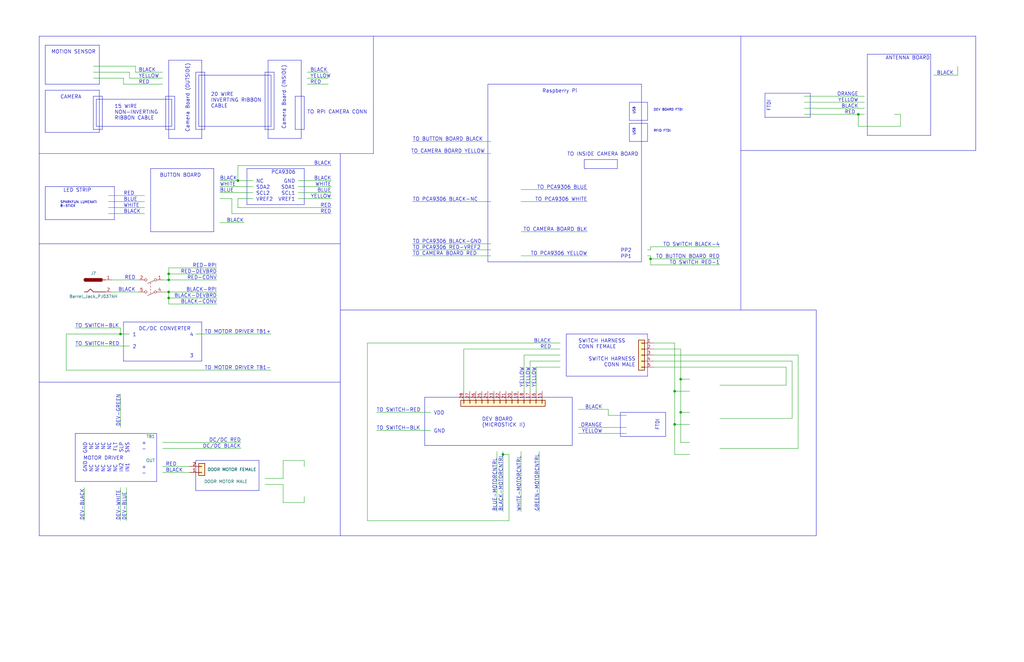
<source format=kicad_sch>
(kicad_sch (version 20230121) (generator eeschema)
  (paper "B")
  (title_block (title "WAGZ Door Wiring Chart") (date "2018-06-10") (rev "A") (company "Veenema Design Works"))
  (lib_symbols
    (symbol "DoorSpecial:Barrel_Jack_PJ037AH" (pin_names (offset 1.016))
      (property "Reference" "J" (at 0 5.334 0))
      (property "Value" "Barrel_Jack_PJ037AH" (at 0 -4.445 0))
      (symbol "Barrel_Jack_PJ037AH_0_1"
        (arc (start -3.302 3.175) (mid -3.9343 2.54) (end -3.302 1.905) (stroke (width 0.254)))
        (arc (start -3.302 3.175) (mid -3.9343 2.54) (end -3.302 1.905) (stroke (width 0.254)) (fill (type outline)))
        (polyline (pts (xy 5.08 2.54) (xy 3.81 2.54)) (stroke (width 0.254)))
        (polyline (pts (xy -3.81 -2.54) (xy -2.54 -2.54) (xy -1.27 -1.27) (xy 0 -2.54) (xy 2.54 -2.54) (xy 5.08 -2.54)) (stroke (width 0.254)))
        (rectangle (start 3.683 3.175) (end -3.302 1.905) (stroke (width 0.254)) (fill (type outline)))
      )
      (symbol "Barrel_Jack_PJ037AH_1_1"
        (pin passive line (at 7.62 2.54 180) (length 2.54) (name "~") (number "1"))
        (pin passive line (at 7.62 -2.54 180) (length 2.54) (name "~") (number "2"))
      )
    )
    (symbol "DoorSpecial:Conn_01x02_REVERSE" (pin_names (offset 1.016) hide)
      (property "Reference" "J" (at 0 2.54 0))
      (property "Value" "Conn_01x02_REVERSE" (at 0 -5.08 0))
      (symbol "Conn_01x02_REVERSE_1_1"
        (rectangle (start -1.27 -2.413) (end 0 -2.667) (stroke (width 0.1524)))
        (rectangle (start -1.27 0.127) (end 0 -0.127) (stroke (width 0.1524)))
        (rectangle (start -1.27 1.27) (end 1.27 -3.81) (stroke (width 0.254)) (fill (type background)))
        (pin passive line (at -5.08 -2.54 0) (length 3.81) (name "Pin_2") (number "1"))
        (pin passive line (at -5.08 0 0) (length 3.81) (name "Pin_1") (number "2"))
      )
    )
    (symbol "DoorSpecial:Conn_01x05_ALT" (pin_names (offset 1.016) hide)
      (property "Reference" "J" (at 0 7.62 0))
      (property "Value" "Conn_01x05_ALT" (at 0 -7.62 0))
      (symbol "Conn_01x05_ALT_1_1"
        (rectangle (start -1.27 -4.953) (end 0 -5.207) (stroke (width 0.1524)))
        (rectangle (start -1.27 -2.413) (end 0 -2.667) (stroke (width 0.1524)))
        (rectangle (start -1.27 0.127) (end 0 -0.127) (stroke (width 0.1524)))
        (rectangle (start -1.27 2.667) (end 0 2.413) (stroke (width 0.1524)))
        (rectangle (start -1.27 5.207) (end 0 4.953) (stroke (width 0.1524)))
        (rectangle (start -1.27 6.35) (end 1.27 -6.35) (stroke (width 0.254)) (fill (type background)))
        (pin passive line (at -5.08 -5.08 0) (length 3.81) (name "Pin_5") (number "1"))
        (pin passive line (at -5.08 -2.54 0) (length 3.81) (name "Pin_4") (number "2"))
        (pin passive line (at -5.08 0 0) (length 3.81) (name "Pin_3") (number "3"))
        (pin passive line (at -5.08 2.54 0) (length 3.81) (name "Pin_2") (number "4"))
        (pin passive line (at -5.08 5.08 0) (length 3.81) (name "Pin_1") (number "5"))
      )
    )
    (symbol "DoorSpecial:Conn_01x14_15THRU28" (pin_names (offset 1.016) hide)
      (property "Reference" "J" (at 0 17.78 0))
      (property "Value" "Conn_01x14_15THRU28" (at 0 -20.32 0))
      (symbol "Conn_01x14_15THRU28_1_1"
        (rectangle (start -1.27 -17.653) (end 0 -17.907) (stroke (width 0.1524)))
        (rectangle (start -1.27 -15.113) (end 0 -15.367) (stroke (width 0.1524)))
        (rectangle (start -1.27 -12.573) (end 0 -12.827) (stroke (width 0.1524)))
        (rectangle (start -1.27 -10.033) (end 0 -10.287) (stroke (width 0.1524)))
        (rectangle (start -1.27 -7.493) (end 0 -7.747) (stroke (width 0.1524)))
        (rectangle (start -1.27 -4.953) (end 0 -5.207) (stroke (width 0.1524)))
        (rectangle (start -1.27 -2.413) (end 0 -2.667) (stroke (width 0.1524)))
        (rectangle (start -1.27 0.127) (end 0 -0.127) (stroke (width 0.1524)))
        (rectangle (start -1.27 2.667) (end 0 2.413) (stroke (width 0.1524)))
        (rectangle (start -1.27 5.207) (end 0 4.953) (stroke (width 0.1524)))
        (rectangle (start -1.27 7.747) (end 0 7.493) (stroke (width 0.1524)))
        (rectangle (start -1.27 10.287) (end 0 10.033) (stroke (width 0.1524)))
        (rectangle (start -1.27 12.827) (end 0 12.573) (stroke (width 0.1524)))
        (rectangle (start -1.27 15.367) (end 0 15.113) (stroke (width 0.1524)))
        (rectangle (start -1.27 16.51) (end 1.27 -19.05) (stroke (width 0.254)) (fill (type background)))
        (pin passive line (at -5.08 15.24 0) (length 3.81) (name "Pin_1") (number "15"))
        (pin passive line (at -5.08 12.7 0) (length 3.81) (name "Pin_2") (number "16"))
        (pin passive line (at -5.08 10.16 0) (length 3.81) (name "Pin_3") (number "17"))
        (pin passive line (at -5.08 7.62 0) (length 3.81) (name "Pin_4") (number "18"))
        (pin passive line (at -5.08 5.08 0) (length 3.81) (name "Pin_5") (number "19"))
        (pin passive line (at -5.08 2.54 0) (length 3.81) (name "Pin_6") (number "20"))
        (pin passive line (at -5.08 0 0) (length 3.81) (name "Pin_7") (number "21"))
        (pin passive line (at -5.08 -2.54 0) (length 3.81) (name "Pin_8") (number "22"))
        (pin passive line (at -5.08 -5.08 0) (length 3.81) (name "Pin_9") (number "23"))
        (pin passive line (at -5.08 -7.62 0) (length 3.81) (name "Pin_10") (number "24"))
        (pin passive line (at -5.08 -10.16 0) (length 3.81) (name "Pin_11") (number "25"))
        (pin passive line (at -5.08 -12.7 0) (length 3.81) (name "Pin_12") (number "26"))
        (pin passive line (at -5.08 -15.24 0) (length 3.81) (name "Pin_13") (number "27"))
        (pin passive line (at -5.08 -17.78 0) (length 3.81) (name "EPin_14") (number "28"))
      )
    )
    (symbol "DoorSpecial:SW_DPST_ALT" (pin_names (offset 0) hide)
      (property "Reference" "SW" (at 0 5.08 0))
      (property "Value" "SW_DPST_ALT" (at 0 -5.08 0))
      (symbol "SW_DPST_ALT_0_0"
        (circle (center -2.032 -2.54) (radius 0.508))
        (circle (center -2.032 2.54) (radius 0.508))
        (polyline (pts (xy -1.524 -2.286) (xy 1.27 -1.016)))
        (polyline (pts (xy -1.524 2.794) (xy 1.27 4.064)))
        (polyline (pts (xy 0 -1.27) (xy 0 -0.635)))
        (polyline (pts (xy 0 0) (xy 0 0.635)))
        (polyline (pts (xy 0 1.27) (xy 0 1.905)))
        (polyline (pts (xy 0 2.54) (xy 0 3.175)))
        (circle (center 2.032 -2.54) (radius 0.508))
        (circle (center 2.032 2.54) (radius 0.508))
      )
      (symbol "SW_DPST_ALT_1_1"
        (pin passive line (at -5.08 -2.54 0) (length 2.54) (name "1") (number "1"))
        (pin passive line (at 5.08 -2.54 180) (length 2.54) (name "2") (number "2"))
        (pin passive line (at -5.08 2.54 0) (length 2.54) (name "3") (number "4"))
        (pin passive line (at 5.08 2.54 180) (length 2.54) (name "4") (number "5"))
      )
    )
  )
  (junction (at 284.48 165.1))
  (junction (at 71.12 123.19))
  (junction (at 212.09 191.77))
  (junction (at 50.8 140.97))
  (junction (at 71.12 115.57))
  (junction (at 287.02 160.02))
  (junction (at 287.02 173.99))
  (junction (at 284.48 179.07))
  (junction (at 100.33 76.2))
  (junction (at 71.12 125.73))
  (junction (at 274.32 109.22))
  (junction (at 361.95 48.26))
  (junction (at 71.12 118.11))
  (wire (pts (xy 287.02 160.02) (xy 287.02 173.99)))
  (wire (pts (xy 68.58 189.23) (xy 101.6 189.23)))
  (wire (pts (xy 284.48 165.1) (xy 290.83 165.1)))
  (polyline (pts (xy 90.17 97.79) (xy 90.17 71.12)))
  (polyline (pts (xy 127 58.42) (xy 127 25.4)))
  (wire (pts (xy 173.99 64.77) (xy 207.01 64.77)))
  (wire (pts (xy 111.76 204.47) (xy 119.38 204.47)))
  (wire (pts (xy 364.49 40.64) (xy 339.09 40.64)))
  (wire (pts (xy 92.71 83.82) (xy 97.79 83.82)))
  (wire (pts (xy 71.12 123.19) (xy 91.44 123.19)))
  (wire (pts (xy 364.49 48.26) (xy 361.95 48.26)))
  (polyline (pts (xy 19.05 78.74) (xy 48.26 78.74)))
  (wire (pts (xy 50.8 205.74) (xy 50.8 219.71)))
  (wire (pts (xy 92.71 78.74) (xy 106.68 78.74)))
  (polyline (pts (xy 83.82 31.75) (xy 114.3 31.75)))
  (wire (pts (xy 27.94 156.21) (xy 27.94 140.97)))
  (polyline (pts (xy 392.43 57.15) (xy 392.43 22.86)))
  (wire (pts (xy 403.86 27.94) (xy 403.86 31.75)))
  (wire (pts (xy 58.42 118.11) (xy 46.99 118.11)))
  (polyline (pts (xy 246.38 67.31) (xy 246.38 71.12)))
  (wire (pts (xy 219.71 190.5) (xy 219.71 215.9)))
  (polyline (pts (xy 273.05 158.75) (xy 273.05 140.97)))
  (polyline (pts (xy 43.18 54.61) (xy 39.37 54.61)))
  (wire (pts (xy 226.06 154.94) (xy 236.22 154.94)))
  (wire (pts (xy 97.79 90.17) (xy 139.7 90.17)))
  (polyline (pts (xy 66.04 182.88) (xy 66.04 203.2)))
  (wire (pts (xy 106.68 83.82) (xy 100.33 83.82)))
  (wire (pts (xy 158.75 181.61) (xy 181.61 181.61)))
  (polyline (pts (xy 265.43 59.69) (xy 265.43 52.07)))
  (polyline (pts (xy 365.76 57.15) (xy 392.43 57.15)))
  (polyline (pts (xy 341.63 49.53) (xy 322.58 49.53)))
  (wire (pts (xy 334.01 176.53) (xy 334.01 152.4)))
  (polyline (pts (xy 41.91 55.88) (xy 19.05 55.88)))
  (wire (pts (xy 364.49 43.18) (xy 339.09 43.18)))
  (polyline (pts (xy 128.27 54.61) (xy 128.27 40.64)))
  (wire (pts (xy 68.58 199.39) (xy 80.01 199.39)))
  (polyline (pts (xy 273.05 52.07) (xy 273.05 59.69)))
  (wire (pts (xy 68.58 30.48) (xy 57.15 30.48)))
  (polyline (pts (xy 179.07 187.96) (xy 241.3 187.96)))
  (polyline (pts (xy 261.62 173.99) (xy 261.62 184.15)))
  (wire (pts (xy 287.02 147.32) (xy 287.02 160.02)))
  (polyline (pts (xy 109.22 207.01) (xy 109.22 194.31)))
  (wire (pts (xy 303.53 162.56) (xy 331.47 162.56)))
  (polyline (pts (xy 90.17 71.12) (xy 63.5 71.12)))
  (polyline (pts (xy 114.3 53.34) (xy 83.82 53.34)))
  (wire (pts (xy 303.53 176.53) (xy 334.01 176.53)))
  (polyline (pts (xy 82.55 194.31) (xy 82.55 207.01)))
  (wire (pts (xy 129.54 30.48) (xy 138.43 30.48)))
  (wire (pts (xy 226.06 165.1) (xy 226.06 154.94)))
  (polyline (pts (xy 86.36 54.61) (xy 86.36 30.48)))
  (wire (pts (xy 223.52 152.4) (xy 236.22 152.4)))
  (polyline (pts (xy 261.62 184.15) (xy 280.67 184.15)))
  (wire (pts (xy 154.94 219.71) (xy 154.94 144.78)))
  (wire (pts (xy 100.33 69.85) (xy 139.7 69.85)))
  (polyline (pts (xy 52.07 135.89) (xy 85.09 135.89)))
  (wire (pts (xy 35.56 205.74) (xy 35.56 219.71)))
  (polyline (pts (xy 322.58 49.53) (xy 322.58 39.37)))
  (wire (pts (xy 290.83 160.02) (xy 287.02 160.02)))
  (wire (pts (xy 97.79 83.82) (xy 97.79 90.17)))
  (polyline (pts (xy 128.27 71.12) (xy 104.14 71.12)))
  (polyline (pts (xy 241.3 167.64) (xy 179.07 167.64)))
  (polyline (pts (xy 85.09 152.4) (xy 52.07 152.4)))
  (wire (pts (xy 71.12 125.73) (xy 91.44 125.73)))
  (wire (pts (xy 274.32 109.22) (xy 274.32 111.76)))
  (polyline (pts (xy 48.26 92.71) (xy 19.05 92.71)))
  (polyline (pts (xy 111.76 30.48) (xy 115.57 30.48)))
  (polyline (pts (xy 43.18 40.64) (xy 43.18 54.61)))
  (polyline (pts (xy 365.76 22.86) (xy 365.76 57.15)))
  (wire (pts (xy 68.58 33.02) (xy 54.61 33.02)))
  (wire (pts (xy 273.05 105.41) (xy 274.32 105.41)))
  (wire (pts (xy 256.54 175.26) (xy 256.54 172.72)))
  (polyline (pts (xy 260.35 67.31) (xy 246.38 67.31)))
  (wire (pts (xy 52.07 35.56) (xy 52.07 33.02)))
  (polyline (pts (xy 111.76 54.61) (xy 111.76 30.48)))
  (wire (pts (xy 50.8 166.37) (xy 50.8 180.34)))
  (polyline (pts (xy 69.85 40.64) (xy 73.66 40.64)))
  (polyline (pts (xy 392.43 22.86) (xy 365.76 22.86)))
  (polyline (pts (xy 411.48 15.24) (xy 411.48 63.5)))
  (polyline (pts (xy 19.05 19.05) (xy 19.05 35.56)))
  (wire (pts (xy 256.54 172.72) (xy 243.84 172.72)))
  (wire (pts (xy 45.72 85.09) (xy 60.96 85.09)))
  (wire (pts (xy 274.32 111.76) (xy 303.53 111.76)))
  (wire (pts (xy 223.52 152.4) (xy 223.52 165.1)))
  (wire (pts (xy 100.33 87.63) (xy 139.7 87.63)))
  (wire (pts (xy 214.63 191.77) (xy 214.63 219.71)))
  (polyline (pts (xy 241.3 187.96) (xy 241.3 167.64)))
  (polyline (pts (xy 16.51 15.24) (xy 16.51 226.06)))
  (wire (pts (xy 68.58 186.69) (xy 101.6 186.69)))
  (wire (pts (xy 54.61 30.48) (xy 39.37 30.48)))
  (wire (pts (xy 236.22 147.32) (xy 195.58 147.32)))
  (wire (pts (xy 361.95 48.26) (xy 339.09 48.26)))
  (polyline (pts (xy 39.37 54.61) (xy 39.37 40.64)))
  (polyline (pts (xy 85.09 58.42) (xy 71.12 58.42)))
  (wire (pts (xy 303.53 189.23) (xy 336.55 189.23)))
  (wire (pts (xy 119.38 204.47) (xy 119.38 212.09)))
  (wire (pts (xy 50.8 138.43) (xy 31.75 138.43)))
  (polyline (pts (xy 205.74 35.56) (xy 205.74 110.49)))
  (wire (pts (xy 68.58 123.19) (xy 71.12 123.19)))
  (wire (pts (xy 264.16 175.26) (xy 256.54 175.26)))
  (polyline (pts (xy 114.3 31.75) (xy 114.3 53.34)))
  (wire (pts (xy 111.76 201.93) (xy 119.38 201.93)))
  (wire (pts (xy 71.12 128.27) (xy 91.44 128.27)))
  (wire (pts (xy 31.75 146.05) (xy 54.61 146.05)))
  (wire (pts (xy 57.15 30.48) (xy 57.15 27.94)))
  (wire (pts (xy 273.05 107.95) (xy 274.32 107.95)))
  (polyline (pts (xy 270.51 110.49) (xy 270.51 35.56)))
  (polyline (pts (xy 157.48 64.77) (xy 157.48 15.24)))
  (wire (pts (xy 27.94 140.97) (xy 50.8 140.97)))
  (polyline (pts (xy 86.36 30.48) (xy 82.55 30.48)))
  (wire (pts (xy 173.99 107.95) (xy 207.01 107.95)))
  (wire (pts (xy 125.73 76.2) (xy 139.7 76.2)))
  (wire (pts (xy 71.12 115.57) (xy 71.12 118.11)))
  (wire (pts (xy 331.47 162.56) (xy 331.47 154.94)))
  (polyline (pts (xy 128.27 86.36) (xy 128.27 71.12)))
  (polyline (pts (xy 63.5 97.79) (xy 90.17 97.79)))
  (wire (pts (xy 53.34 205.74) (xy 53.34 219.71)))
  (polyline (pts (xy 280.67 184.15) (xy 280.67 173.99)))
  (wire (pts (xy 274.32 107.95) (xy 274.32 109.22)))
  (polyline (pts (xy 273.05 59.69) (xy 265.43 59.69)))
  (wire (pts (xy 71.12 113.03) (xy 91.44 113.03)))
  (wire (pts (xy 50.8 140.97) (xy 54.61 140.97)))
  (polyline (pts (xy 71.12 25.4) (xy 85.09 25.4)))
  (polyline (pts (xy 16.51 15.24) (xy 411.48 15.24)))
  (polyline (pts (xy 40.64 41.91) (xy 40.64 53.34)))
  (wire (pts (xy 45.72 87.63) (xy 60.96 87.63)))
  (wire (pts (xy 68.58 196.85) (xy 80.01 196.85)))
  (wire (pts (xy 119.38 212.09) (xy 128.27 212.09)))
  (wire (pts (xy 71.12 125.73) (xy 71.12 128.27)))
  (polyline (pts (xy 128.27 40.64) (xy 124.46 40.64)))
  (polyline (pts (xy 104.14 86.36) (xy 128.27 86.36)))
  (polyline (pts (xy 52.07 152.4) (xy 52.07 135.89)))
  (polyline (pts (xy 238.76 140.97) (xy 238.76 158.75)))
  (wire (pts (xy 71.12 123.19) (xy 71.12 125.73)))
  (wire (pts (xy 195.58 147.32) (xy 195.58 165.1)))
  (wire (pts (xy 207.01 102.87) (xy 173.99 102.87)))
  (polyline (pts (xy 124.46 54.61) (xy 128.27 54.61)))
  (polyline (pts (xy 109.22 194.31) (xy 82.55 194.31)))
  (wire (pts (xy 212.09 190.5) (xy 212.09 191.77)))
  (wire (pts (xy 125.73 81.28) (xy 139.7 81.28)))
  (polyline (pts (xy 16.51 64.77) (xy 157.48 64.77)))
  (wire (pts (xy 207.01 85.09) (xy 173.99 85.09)))
  (wire (pts (xy 128.27 212.09) (xy 128.27 209.55)))
  (polyline (pts (xy 312.42 15.24) (xy 312.42 130.81)))
  (polyline (pts (xy 273.05 50.8) (xy 265.43 50.8)))
  (polyline (pts (xy 19.05 92.71) (xy 19.05 78.74)))
  (wire (pts (xy 92.71 76.2) (xy 100.33 76.2)))
  (wire (pts (xy 50.8 140.97) (xy 50.8 138.43)))
  (polyline (pts (xy 344.17 226.06) (xy 344.17 130.81)))
  (wire (pts (xy 100.33 76.2) (xy 100.33 69.85)))
  (wire (pts (xy 361.95 53.34) (xy 379.73 53.34)))
  (polyline (pts (xy 115.57 30.48) (xy 115.57 54.61)))
  (wire (pts (xy 68.58 35.56) (xy 52.07 35.56)))
  (wire (pts (xy 128.27 194.31) (xy 128.27 196.85)))
  (wire (pts (xy 207.01 105.41) (xy 173.99 105.41)))
  (wire (pts (xy 379.73 53.34) (xy 379.73 48.26)))
  (wire (pts (xy 92.71 93.98) (xy 102.87 93.98)))
  (polyline (pts (xy 344.17 130.81) (xy 143.51 130.81)))
  (wire (pts (xy 336.55 149.86) (xy 275.59 149.86)))
  (polyline (pts (xy 280.67 173.99) (xy 261.62 173.99)))
  (wire (pts (xy 220.98 149.86) (xy 236.22 149.86)))
  (polyline (pts (xy 41.91 38.1) (xy 41.91 55.88)))
  (wire (pts (xy 214.63 219.71) (xy 154.94 219.71)))
  (polyline (pts (xy 273.05 140.97) (xy 238.76 140.97)))
  (polyline (pts (xy 179.07 167.64) (xy 179.07 187.96)))
  (polyline (pts (xy 73.66 40.64) (xy 73.66 54.61)))
  (wire (pts (xy 58.42 123.19) (xy 46.99 123.19)))
  (polyline (pts (xy 39.37 40.64) (xy 43.18 40.64)))
  (wire (pts (xy 284.48 191.77) (xy 290.83 191.77)))
  (polyline (pts (xy 82.55 30.48) (xy 82.55 54.61)))
  (wire (pts (xy 334.01 152.4) (xy 275.59 152.4)))
  (polyline (pts (xy 115.57 54.61) (xy 111.76 54.61)))
  (wire (pts (xy 100.33 83.82) (xy 100.33 87.63)))
  (wire (pts (xy 219.71 107.95) (xy 247.65 107.95)))
  (polyline (pts (xy 82.55 207.01) (xy 109.22 207.01)))
  (polyline (pts (xy 127 25.4) (xy 113.03 25.4)))
  (polyline (pts (xy 143.51 64.77) (xy 143.51 226.06)))
  (polyline (pts (xy 322.58 39.37) (xy 341.63 39.37)))
  (wire (pts (xy 125.73 78.74) (xy 139.7 78.74)))
  (polyline (pts (xy 63.5 71.12) (xy 63.5 97.79)))
  (polyline (pts (xy 73.66 54.61) (xy 69.85 54.61)))
  (wire (pts (xy 274.32 104.14) (xy 303.53 104.14)))
  (polyline (pts (xy 411.48 63.5) (xy 312.42 63.5)))
  (polyline (pts (xy 270.51 35.56) (xy 205.74 35.56)))
  (polyline (pts (xy 265.43 52.07) (xy 273.05 52.07)))
  (polyline (pts (xy 238.76 158.75) (xy 273.05 158.75)))
  (wire (pts (xy 284.48 144.78) (xy 284.48 165.1)))
  (wire (pts (xy 379.73 48.26) (xy 377.19 48.26)))
  (wire (pts (xy 45.72 90.17) (xy 60.96 90.17)))
  (wire (pts (xy 212.09 191.77) (xy 214.63 191.77)))
  (polyline (pts (xy 66.04 203.2) (xy 31.75 203.2)))
  (wire (pts (xy 243.84 180.34) (xy 264.16 180.34)))
  (polyline (pts (xy 19.05 55.88) (xy 19.05 38.1)))
  (wire (pts (xy 284.48 179.07) (xy 290.83 179.07)))
  (polyline (pts (xy 113.03 58.42) (xy 127 58.42)))
  (polyline (pts (xy 48.26 78.74) (xy 48.26 92.71)))
  (polyline (pts (xy 72.39 53.34) (xy 72.39 41.91)))
  (polyline (pts (xy 124.46 40.64) (xy 124.46 54.61)))
  (wire (pts (xy 287.02 173.99) (xy 287.02 186.69)))
  (wire (pts (xy 129.54 33.02) (xy 138.43 33.02)))
  (wire (pts (xy 284.48 179.07) (xy 284.48 191.77)))
  (polyline (pts (xy 273.05 43.18) (xy 273.05 50.8)))
  (wire (pts (xy 100.33 76.2) (xy 106.68 76.2)))
  (polyline (pts (xy 31.75 182.88) (xy 66.04 182.88)))
  (polyline (pts (xy 246.38 71.12) (xy 260.35 71.12)))
  (wire (pts (xy 71.12 115.57) (xy 91.44 115.57)))
  (wire (pts (xy 364.49 45.72) (xy 339.09 45.72)))
  (wire (pts (xy 243.84 182.88) (xy 264.16 182.88)))
  (wire (pts (xy 82.55 140.97) (xy 114.3 140.97)))
  (polyline (pts (xy 85.09 135.89) (xy 85.09 152.4)))
  (wire (pts (xy 119.38 201.93) (xy 119.38 194.31)))
  (wire (pts (xy 129.54 35.56) (xy 138.43 35.56)))
  (wire (pts (xy 212.09 191.77) (xy 212.09 215.9)))
  (polyline (pts (xy 341.63 39.37) (xy 341.63 49.53)))
  (polyline (pts (xy 41.91 19.05) (xy 19.05 19.05)))
  (polyline (pts (xy 72.39 41.91) (xy 40.64 41.91)))
  (polyline (pts (xy 143.51 161.29) (xy 16.51 161.29)))
  (polyline (pts (xy 16.51 226.06) (xy 344.17 226.06)))
  (wire (pts (xy 287.02 186.69) (xy 290.83 186.69)))
  (wire (pts (xy 207.01 59.69) (xy 173.99 59.69)))
  (wire (pts (xy 220.98 149.86) (xy 220.98 165.1)))
  (wire (pts (xy 287.02 147.32) (xy 275.59 147.32)))
  (wire (pts (xy 219.71 97.79) (xy 247.65 97.79)))
  (polyline (pts (xy 41.91 35.56) (xy 41.91 19.05)))
  (polyline (pts (xy 19.05 35.56) (xy 41.91 35.56)))
  (polyline (pts (xy 40.64 53.34) (xy 72.39 53.34)))
  (wire (pts (xy 54.61 33.02) (xy 54.61 30.48)))
  (wire (pts (xy 219.71 80.01) (xy 247.65 80.01)))
  (polyline (pts (xy 205.74 110.49) (xy 270.51 110.49)))
  (wire (pts (xy 125.73 83.82) (xy 139.7 83.82)))
  (polyline (pts (xy 69.85 54.61) (xy 69.85 40.64)))
  (wire (pts (xy 403.86 31.75) (xy 393.7 31.75)))
  (wire (pts (xy 68.58 118.11) (xy 71.12 118.11)))
  (wire (pts (xy 27.94 156.21) (xy 114.3 156.21)))
  (wire (pts (xy 154.94 144.78) (xy 236.22 144.78)))
  (wire (pts (xy 45.72 82.55) (xy 60.96 82.55)))
  (polyline (pts (xy 31.75 203.2) (xy 31.75 182.88)))
  (wire (pts (xy 57.15 27.94) (xy 39.37 27.94)))
  (wire (pts (xy 274.32 109.22) (xy 303.53 109.22)))
  (polyline (pts (xy 104.14 71.12) (xy 104.14 86.36)))
  (polyline (pts (xy 113.03 25.4) (xy 113.03 58.42)))
  (wire (pts (xy 336.55 189.23) (xy 336.55 149.86)))
  (wire (pts (xy 52.07 33.02) (xy 39.37 33.02)))
  (wire (pts (xy 361.95 48.26) (xy 361.95 53.34)))
  (polyline (pts (xy 260.35 71.12) (xy 260.35 67.31)))
  (wire (pts (xy 92.71 81.28) (xy 106.68 81.28)))
  (polyline (pts (xy 19.05 38.1) (xy 41.91 38.1)))
  (wire (pts (xy 275.59 144.78) (xy 284.48 144.78)))
  (polyline (pts (xy 71.12 58.42) (xy 71.12 25.4)))
  (wire (pts (xy 158.75 173.99) (xy 181.61 173.99)))
  (polyline (pts (xy 16.51 102.87) (xy 143.51 102.87)))
  (polyline (pts (xy 265.43 50.8) (xy 265.43 43.18)))
  (polyline (pts (xy 85.09 25.4) (xy 85.09 58.42)))
  (polyline (pts (xy 265.43 43.18) (xy 273.05 43.18)))
  (wire (pts (xy 209.55 190.5) (xy 209.55 215.9)))
  (wire (pts (xy 219.71 85.09) (xy 247.65 85.09)))
  (wire (pts (xy 71.12 118.11) (xy 91.44 118.11)))
  (wire (pts (xy 71.12 113.03) (xy 71.12 115.57)))
  (wire (pts (xy 284.48 165.1) (xy 284.48 179.07)))
  (wire (pts (xy 119.38 194.31) (xy 128.27 194.31)))
  (wire (pts (xy 287.02 173.99) (xy 290.83 173.99)))
  (polyline (pts (xy 82.55 54.61) (xy 86.36 54.61)))
  (wire (pts (xy 331.47 154.94) (xy 275.59 154.94)))
  (wire (pts (xy 274.32 105.41) (xy 274.32 104.14)))
  (wire (pts (xy 227.33 190.5) (xy 227.33 215.9)))
  (polyline (pts (xy 83.82 53.34) (xy 83.82 31.75)))
  (text "DC/DC BLACK" (at 101.6 189.23 0) (effects (font (size 1.524 1.524)) (justify right bottom)))
  (text "TO SWITCH-RED" (at 158.75 173.99 0) (effects (font (size 1.524 1.524)) (justify left bottom)))
  (text "NC" (at 49.53 199.39 90) (effects (font (size 1.524 1.524)) (justify left bottom)))
  (text "YELLOW" (at 220.98 154.94 90) (effects (font (size 1.524 1.524)) (justify right bottom)))
  (text "TO SWITCH RED-1" (at 303.53 111.76 0) (effects (font (size 1.524 1.524)) (justify right bottom)))
  (text "3" (at 80.01 151.13 0) (effects (font (size 1.524 1.524)) (justify left bottom)))
  (text "YELLOW" (at 361.95 43.18 0) (effects (font (size 1.4986 1.4986)) (justify right bottom)))
  (text "TO SWITCH-RED" (at 31.75 146.05 0) (effects (font (size 1.524 1.524)) (justify left bottom)))
  (text "NC" (at 41.91 199.39 90) (effects (font (size 1.524 1.524)) (justify left bottom)))
  (text "TO RPI CAMERA CONN" (at 129.54 48.26 0) (effects (font (size 1.524 1.524)) (justify left bottom)))
  (text "NC" (at 44.45 199.39 90) (effects (font (size 1.524 1.524)) (justify left bottom)))
  (text "BLUE-MOTORCNTRL" (at 209.55 215.9 90) (effects (font (size 1.524 1.524)) (justify left bottom)))
  (text "BLACK-RPI" (at 91.44 123.19 0) (effects (font (size 1.524 1.524)) (justify right bottom)))
  (text "FTDI" (at 325.12 46.99 90) (effects (font (size 1.4986 1.4986)) (justify left bottom)))
  (text "TO SWITCH-BLK" (at 158.75 181.61 0) (effects (font (size 1.524 1.524)) (justify left bottom)))
  (text "BLACK" (at 52.07 90.17 0) (effects (font (size 1.524 1.524)) (justify left bottom)))
  (text "BLACK" (at 57.15 123.19 0) (effects (font (size 1.524 1.524)) (justify right bottom)))
  (text "YELLOW" (at 254 182.88 0) (effects (font (size 1.524 1.524)) (justify right bottom)))
  (text "BLACK" (at 361.95 45.72 0) (effects (font (size 1.4986 1.4986)) (justify right bottom)))
  (text "PP2" (at 261.62 106.68 0) (effects (font (size 1.524 1.524)) (justify left bottom)))
  (text "YELLOW" (at 139.7 83.82 0) (effects (font (size 1.524 1.524)) (justify right bottom)))
  (text "TO CAMERA BOARD BLK" (at 247.65 97.79 0) (effects (font (size 1.524 1.524)) (justify right bottom)))
  (text "GND" (at 124.46 77.47 0) (effects (font (size 1.524 1.524)) (justify right bottom)))
  (text "BLACK" (at 92.71 76.2 0) (effects (font (size 1.524 1.524)) (justify left bottom)))
  (text "RED" (at 130.81 35.56 0) (effects (font (size 1.524 1.524)) (justify left bottom)))
  (text "DEV-WHITE" (at 50.8 219.71 90) (effects (font (size 1.524 1.524)) (justify left bottom)))
  (text "DEV-BLUE" (at 53.34 219.71 90) (effects (font (size 1.524 1.524)) (justify left bottom)))
  (text "RED" (at 232.41 147.32 0) (effects (font (size 1.524 1.524)) (justify right bottom)))
  (text "PCA9306" (at 114.3 73.66 0) (effects (font (size 1.524 1.524)) (justify left bottom)))
  (text "RFID FTDI" (at 275.59 55.88 0) (effects (font (size 0.9906 0.9906)) (justify left bottom)))
  (text "BLUE" (at 92.71 81.28 0) (effects (font (size 1.524 1.524)) (justify left bottom)))
  (text "NC" (at 39.37 186.69 90) (effects (font (size 1.524 1.524)) (justify right bottom)))
  (text "2" (at 55.88 147.32 0) (effects (font (size 1.524 1.524)) (justify left bottom)))
  (text "TO SWITCH BLACK-4" (at 303.53 104.14 0) (effects (font (size 1.524 1.524)) (justify right bottom)))
  (text "DEV BOARD\n(MICROSTICK II)" (at 203.2 180.34 0) (effects (font (size 1.524 1.524)) (justify left bottom)))
  (text "TO PCA9306 YELLOW" (at 247.65 107.95 0) (effects (font (size 1.524 1.524)) (justify right bottom)))
  (text "BLACK" (at 130.81 30.48 0) (effects (font (size 1.524 1.524)) (justify left bottom)))
  (text "WHITE" (at 92.71 78.74 0) (effects (font (size 1.524 1.524)) (justify left bottom)))
  (text "WHITE" (at 52.07 87.63 0) (effects (font (size 1.524 1.524)) (justify left bottom)))
  (text "BLACK-DEVBRD" (at 91.44 125.73 0) (effects (font (size 1.524 1.524)) (justify right bottom)))
  (text "SWITCH HARNESS\nCONN FEMALE" (at 243.84 147.32 0) (effects (font (size 1.524 1.524)) (justify left bottom)))
  (text "VDD" (at 182.88 175.26 0) (effects (font (size 1.524 1.524)) (justify left bottom)))
  (text "SPARKFUN LUMENATI\n8-STICK" (at 25.4 87.63 0) (effects (font (size 0.9906 0.9906)) (justify left bottom)))
  (text "BLACK" (at 394.97 31.75 0) (effects (font (size 1.4986 1.4986)) (justify left bottom)))
  (text "DC/DC RED" (at 101.6 186.69 0) (effects (font (size 1.524 1.524)) (justify right bottom)))
  (text "BLACK" (at 102.87 93.98 0) (effects (font (size 1.524 1.524)) (justify right bottom)))
  (text "DEV BOARD FTDI" (at 275.59 46.99 0) (effects (font (size 0.9906 0.9906)) (justify left bottom)))
  (text "GND" (at 182.88 182.88 0) (effects (font (size 1.524 1.524)) (justify left bottom)))
  (text "TO BUTTON BOARD BLACK" (at 173.99 59.69 0) (effects (font (size 1.524 1.524)) (justify left bottom)))
  (text "BLACK" (at 139.7 76.2 0) (effects (font (size 1.524 1.524)) (justify right bottom)))
  (text "RED" (at 58.42 35.56 0) (effects (font (size 1.524 1.524)) (justify left bottom)))
  (text "TO PCA9306 WHITE" (at 247.65 85.09 0) (effects (font (size 1.524 1.524)) (justify right bottom)))
  (text "4" (at 80.01 142.24 0) (effects (font (size 1.524 1.524)) (justify left bottom)))
  (text "20 WIRE\nINVERTING RIBBON\nCABLE" (at 88.9 45.72 0) (effects (font (size 1.524 1.524)) (justify left bottom)))
  (text "TO MOTOR DRIVER TB1+" (at 114.3 140.97 0) (effects (font (size 1.524 1.524)) (justify right bottom)))
  (text "RED-CONV" (at 91.44 118.11 0) (effects (font (size 1.524 1.524)) (justify right bottom)))
  (text "BLUE" (at 52.07 85.09 0) (effects (font (size 1.524 1.524)) (justify left bottom)))
  (text "BLACK-CONV" (at 91.44 128.27 0) (effects (font (size 1.524 1.524)) (justify right bottom)))
  (text "YELLOW" (at 58.42 33.02 0) (effects (font (size 1.524 1.524)) (justify left bottom)))
  (text "BUTTON BOARD" (at 67.31 74.93 0) (effects (font (size 1.524 1.524)) (justify left bottom)))
  (text "SNS" (at 54.61 186.69 90) (effects (font (size 1.524 1.524)) (justify right bottom)))
  (text "-" (at 59.69 190.5 0) (effects (font (size 1.524 1.524)) (justify left bottom)))
  (text "+" (at 59.69 198.12 0) (effects (font (size 1.524 1.524)) (justify left bottom)))
  (text "RED" (at 57.15 118.11 0) (effects (font (size 1.524 1.524)) (justify right bottom)))
  (text "TO PCA9306 RED-VREF2" (at 173.99 105.41 0) (effects (font (size 1.524 1.524)) (justify left bottom)))
  (text "15 WIRE\nNON-INVERTING\nRIBBON CABLE" (at 48.26 50.8 0) (effects (font (size 1.524 1.524)) (justify left bottom)))
  (text "TO PCA9306 BLUE" (at 247.65 80.01 0) (effects (font (size 1.524 1.524)) (justify right bottom)))
  (text "GND" (at 36.83 199.39 90) (effects (font (size 1.524 1.524)) (justify left bottom)))
  (text "ORANGE" (at 254 180.34 0) (effects (font (size 1.524 1.524)) (justify right bottom)))
  (text "USB" (at 267.97 57.15 90) (effects (font (size 0.9906 0.9906)) (justify left bottom)))
  (text "BLACK" (at 254 172.72 0) (effects (font (size 1.524 1.524)) (justify right bottom)))
  (text "BLACK" (at 232.41 144.78 0) (effects (font (size 1.524 1.524)) (justify right bottom)))
  (text "TO CAMERA BOARD YELLOW" (at 204.47 64.77 0) (effects (font (size 1.524 1.524)) (justify right bottom)))
  (text "CAMERA" (at 25.4 41.91 0) (effects (font (size 1.524 1.524)) (justify left bottom)))
  (text "SWITCH HARNESS\nCONN MALE" (at 267.97 154.94 0) (effects (font (size 1.524 1.524)) (justify right bottom)))
  (text "NC" (at 107.95 77.47 0) (effects (font (size 1.524 1.524)) (justify left bottom)))
  (text "PP1" (at 261.62 109.22 0) (effects (font (size 1.524 1.524)) (justify left bottom)))
  (text "MOTION SENSOR" (at 21.59 22.86 0) (effects (font (size 1.524 1.524)) (justify left bottom)))
  (text "BLACK" (at 69.85 199.39 0) (effects (font (size 1.524 1.524)) (justify left bottom)))
  (text "TO CAMERA BOARD RED" (at 173.99 107.95 0) (effects (font (size 1.524 1.524)) (justify left bottom)))
  (text "TO MOTOR DRIVER TB1-" (at 114.3 156.21 0) (effects (font (size 1.524 1.524)) (justify right bottom)))
  (text "BLACK" (at 139.7 69.85 0) (effects (font (size 1.524 1.524)) (justify right bottom)))
  (text "RED" (at 139.7 87.63 0) (effects (font (size 1.524 1.524)) (justify right bottom)))
  (text "GND" (at 36.83 186.69 90) (effects (font (size 1.524 1.524)) (justify right bottom)))
  (text "WHITE-MOTORCNTRL" (at 219.71 215.9 90) (effects (font (size 1.524 1.524)) (justify left bottom)))
  (text "TO PCA9306 BLACK-NC" (at 173.99 85.09 0) (effects (font (size 1.524 1.524)) (justify left bottom)))
  (text "ANTENNA BOARD" (at 373.38 25.4 0) (effects (font (size 1.524 1.524)) (justify left bottom)))
  (text "LED STRIP" (at 26.67 81.28 0) (effects (font (size 1.524 1.524)) (justify left bottom)))
  (text "FTDI" (at 278.13 181.61 90) (effects (font (size 1.4986 1.4986)) (justify left bottom)))
  (text "VREF2" (at 107.95 85.09 0) (effects (font (size 1.524 1.524)) (justify left bottom)))
  (text "SCL2" (at 107.95 82.55 0) (effects (font (size 1.524 1.524)) (justify left bottom)))
  (text "DEV-BLACK" (at 35.56 219.71 90) (effects (font (size 1.524 1.524)) (justify left bottom)))
  (text "-" (at 59.69 200.66 0) (effects (font (size 1.524 1.524)) (justify left bottom)))
  (text "RED" (at 69.85 196.85 0) (effects (font (size 1.524 1.524)) (justify left bottom)))
  (text "IN2" (at 52.07 199.39 90) (effects (font (size 1.524 1.524)) (justify left bottom)))
  (text "SDA2" (at 107.95 80.01 0) (effects (font (size 1.524 1.524)) (justify left bottom)))
  (text "IN1" (at 54.61 199.39 90) (effects (font (size 1.524 1.524)) (justify left bottom)))
  (text "ORANGE" (at 361.95 40.64 0) (effects (font (size 1.4986 1.4986)) (justify right bottom)))
  (text "RED" (at 139.7 90.17 0) (effects (font (size 1.524 1.524)) (justify right bottom)))
  (text "VREF1" (at 124.46 85.09 0) (effects (font (size 1.524 1.524)) (justify right bottom)))
  (text "NC" (at 41.91 186.69 90) (effects (font (size 1.524 1.524)) (justify right bottom)))
  (text "Raspberry Pi" (at 228.6 39.37 0) (effects (font (size 1.524 1.524)) (justify left bottom)))
  (text "YELLOW" (at 223.52 154.94 90) (effects (font (size 1.524 1.524)) (justify right bottom)))
  (text "RED" (at 52.07 82.55 0) (effects (font (size 1.524 1.524)) (justify left bottom)))
  (text "BLACK" (at 58.42 30.48 0) (effects (font (size 1.524 1.524)) (justify left bottom)))
  (text "SLP" (at 52.07 186.69 90) (effects (font (size 1.524 1.524)) (justify right bottom)))
  (text "TO PCA9306 BLACK-GND" (at 173.99 102.87 0) (effects (font (size 1.524 1.524)) (justify left bottom)))
  (text "DEV-GREEN" (at 50.8 166.37 90) (effects (font (size 1.524 1.524)) (justify right bottom)))
  (text "NC" (at 44.45 186.69 90) (effects (font (size 1.524 1.524)) (justify right bottom)))
  (text "TO SWITCH-BLK" (at 31.75 138.43 0) (effects (font (size 1.524 1.524)) (justify left bottom)))
  (text "BLACK-MOTORCNTRL" (at 212.09 215.9 90) (effects (font (size 1.524 1.524)) (justify left bottom)))
  (text "DC/DC CONVERTER" (at 58.42 139.7 0) (effects (font (size 1.524 1.524)) (justify left bottom)))
  (text "BLUE" (at 139.7 81.28 0) (effects (font (size 1.524 1.524)) (justify right bottom)))
  (text "YELLOW" (at 130.81 33.02 0) (effects (font (size 1.524 1.524)) (justify left bottom)))
  (text "1" (at 55.88 142.24 0) (effects (font (size 1.524 1.524)) (justify left bottom)))
  (text "NC" (at 46.99 186.69 90) (effects (font (size 1.524 1.524)) (justify right bottom)))
  (text "FLT" (at 49.53 186.69 90) (effects (font (size 1.524 1.524)) (justify right bottom)))
  (text "SDA1" (at 124.46 80.01 0) (effects (font (size 1.524 1.524)) (justify right bottom)))
  (text "NC" (at 46.99 199.39 90) (effects (font (size 1.524 1.524)) (justify left bottom)))
  (text "RED-DEVBRD" (at 91.44 115.57 0) (effects (font (size 1.524 1.524)) (justify right bottom)))
  (text "USB" (at 267.97 48.26 90) (effects (font (size 0.9906 0.9906)) (justify left bottom)))
  (text "Camera Board (INSIDE)" (at 120.65 54.61 90) (effects (font (size 1.524 1.524)) (justify left bottom)))
  (text "MOTOR DRIVER" (at 52.07 194.31 0) (effects (font (size 1.524 1.524)) (justify right bottom)))
  (text "NC" (at 39.37 199.39 90) (effects (font (size 1.524 1.524)) (justify left bottom)))
  (text "Camera Board (OUTSIDE)" (at 80.01 55.88 90) (effects (font (size 1.524 1.524)) (justify left bottom)))
  (text "TO INSIDE CAMERA BOARD" (at 269.24 66.04 0) (effects (font (size 1.524 1.524)) (justify right bottom)))
  (text "RED" (at 360.68 48.26 0) (effects (font (size 1.4986 1.4986)) (justify right bottom)))
  (text "YELLOW" (at 226.06 154.94 90) (effects (font (size 1.524 1.524)) (justify right bottom)))
  (text "TO BUTTON BOARD RED" (at 303.53 109.22 0) (effects (font (size 1.524 1.524)) (justify right bottom)))
  (text "GREEN-MOTORCNTRL" (at 227.33 215.9 90) (effects (font (size 1.524 1.524)) (justify left bottom)))
  (text "SCL1" (at 124.46 82.55 0) (effects (font (size 1.524 1.524)) (justify right bottom)))
  (text "+" (at 59.69 187.96 0) (effects (font (size 1.524 1.524)) (justify left bottom)))
  (text "WHITE" (at 139.7 78.74 0) (effects (font (size 1.524 1.524)) (justify right bottom)))
  (text "RED-RPI" (at 91.44 113.03 0) (effects (font (size 1.524 1.524)) (justify right bottom)))
  (symbol (lib_id "Conn_01x03") (at 124.46 33.02 180) (unit 1)
    (property "Reference" "J?" (effects hide))
    (property "Value" "Conn_01x03" (effects hide))
  )
  (symbol (lib_id "Conn_01x03") (at 73.66 33.02 0) (mirror x) (unit 1)
    (property "Reference" "J?" (effects hide))
    (property "Value" "Conn_01x03" (effects hide))
  )
  (symbol (lib_id "Conn_01x04") (at 66.04 85.09 0) (unit 1)
    (property "Reference" "J?" (effects hide))
    (property "Value" "Conn_01x04" (effects hide))
  )
  (symbol (lib_id "Conn_01x04") (at 87.63 81.28 180) (unit 1)
    (property "Reference" "J?" (effects hide))
    (property "Value" "Conn_01x04" (effects hide))
  )
  (symbol (lib_id "Conn_01x02") (at 87.63 93.98 180) (unit 1)
    (property "Reference" "J?" (effects hide))
    (property "Value" "Conn_01x02" (effects hide))
  )
  (symbol (lib_id "Conn_02x20_Odd_Even") (at 214.63 85.09 180) (unit 1)
    (property "Reference" "J?" (effects hide))
    (property "Value" "Conn_02x20_Odd_Even" (effects hide))
  )
  (symbol (lib_id "Conn_01x02") (at 267.97 107.95 180) (unit 1)
    (property "Reference" "J?" (effects hide))
    (property "Value" "Conn_01x02" (effects hide))
  )
  (symbol (lib_id "DoorSpecial:Barrel_Jack_PJ037AH") (at 39.37 120.65 0) (unit 1)
    (property "Reference" "J?" (at 39.37 115.316 0))
    (property "Value" "Barrel_Jack_PJ037AH" (at 39.37 125.095 0))
  )
  (symbol (lib_id "DoorSpecial:SW_DPST_ALT") (at 63.5 120.65 180) (unit 1)
    (property "Reference" "SW?" (effects hide))
    (property "Value" "SW_DPST_ALT" (effects hide))
  )
  (symbol (lib_id "Conn_01x02") (at 63.5 189.23 180) (unit 1)
    (property "Reference" "J?" (effects hide))
    (property "Value" "TB1" (at 63.5 184.15 0))
  )
  (symbol (lib_id "Conn_01x08") (at 45.72 185.42 270) (unit 1)
    (property "Reference" "J?" (effects hide))
    (property "Value" "Conn_01x08" (effects hide))
  )
  (symbol (lib_id "Conn_01x08") (at 43.18 200.66 90) (unit 1)
    (property "Reference" "J?" (effects hide))
    (property "Value" "Conn_01x08" (effects hide))
  )
  (symbol (lib_id "Conn_01x02") (at 63.5 199.39 180) (unit 1)
    (property "Reference" "J?" (effects hide))
    (property "Value" "OUT" (at 63.5 194.31 0))
  )
  (symbol (lib_id "Motor_DC") (at 128.27 201.93 0) (unit 1)
    (property "Reference" "M?" (at 130.81 199.39 0) (effects (justify left)))
    (property "Value" "Motor_DC" (at 130.81 207.01 0) (effects (justify left top)))
  )
  (symbol (lib_id "Conn_01x02") (at 106.68 204.47 180) (unit 1)
    (property "Reference" "J?" (effects hide))
    (property "Value" "DOOR MOTOR MALE" (at 95.25 203.2 0))
  )
  (symbol (lib_id "DoorSpecial:Conn_01x02_REVERSE") (at 85.09 196.85 0) (unit 1)
    (property "Reference" "J?" (effects hide))
    (property "Value" "DOOR MOTOR FEMALE" (at 97.79 198.12 0))
  )
  (symbol (lib_id "Conn_01x14") (at 209.55 185.42 90) (unit 1)
    (property "Reference" "J?" (effects hide))
    (property "Value" "Conn_01x14" (effects hide))
  )
  (symbol (lib_id "Conn_01x06") (at 238.76 180.34 180) (unit 1)
    (property "Reference" "J?" (effects hide))
    (property "Value" "Conn_01x06" (effects hide))
  )
  (symbol (lib_id "DoorSpecial:Conn_01x14_15THRU28") (at 213.36 170.18 270) (unit 1)
    (property "Reference" "J?" (effects hide))
    (property "Value" "Conn_01x14_15THRU28" (effects hide))
  )
  (symbol (lib_id "Conn_01x05") (at 241.3 149.86 0) (unit 1)
    (property "Reference" "J?" (effects hide))
    (property "Value" "Conn_01x05" (effects hide))
  )
  (symbol (lib_id "DoorSpecial:Conn_01x05_ALT") (at 270.51 149.86 180) (unit 1)
    (property "Reference" "J?" (effects hide))
    (property "Value" "Conn_01x05_ALT" (effects hide))
  )
  (symbol (lib_id "SW_Reed_SPDT") (at 298.45 162.56 180) (unit 1)
    (property "Reference" "SW?" (at 298.45 165.1 0))
    (property "Value" "DOOR SWITCH (US5881LUA)" (at 316.23 157.48 0) (effects (justify left)))
  )
  (symbol (lib_id "SW_Reed_SPDT") (at 298.45 176.53 180) (unit 1)
    (property "Reference" "SW?" (at 298.45 179.07 0))
    (property "Value" "DEADBOLT SWITCH UP (AH1815-P-B)" (at 326.39 171.45 0) (effects (justify left)))
  )
  (symbol (lib_id "SW_Reed_SPDT") (at 298.45 189.23 180) (unit 1)
    (property "Reference" "SW?" (at 298.45 191.77 0))
    (property "Value" "DEADBOLT SWITCH DOWN (AH1815-P-B)" (at 328.93 184.15 0) (effects (justify left)))
  )
  (symbol (lib_id "Conn_02x04_Odd_Even") (at 369.57 43.18 0) (unit 1)
    (property "Reference" "J?" (effects hide))
    (property "Value" "Conn_02x04_Odd_Even" (effects hide))
  )
  (symbol (lib_id "Conn_01x01") (at 388.62 31.75 180) (unit 1)
    (property "Reference" "J?" (effects hide))
    (property "Value" "Conn_01x01" (effects hide))
  )
  (symbol (lib_id "Antenna") (at 403.86 22.86 0) (unit 1)
    (property "Reference" "ANT" (at 401.955 20.955 0) (effects (justify right)))
    (property "Value" "FXP.290" (at 401.955 22.86 0) (effects (justify right)))
  )
)
</source>
